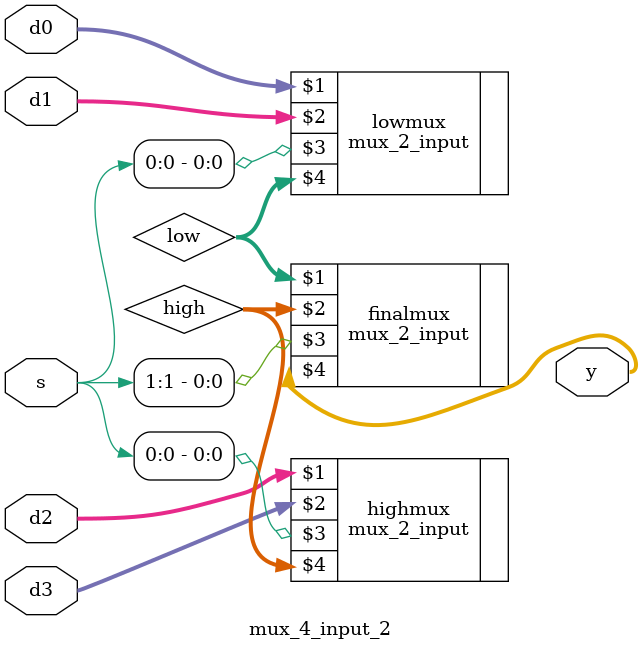
<source format=sv>
/*
	mux_4
	module name:
	1) mux_4_input
	2) mux_4_input_2
*/
module mux_4_input
(
	input logic [3:0] d0, d1, d2, d3,
	input logic [1:0] s,
	output logic [3:0] y
);
	assign y = s[1] ? (s[0] ? d3 : d2)
												 : (s[0] ? d1 : d0);
endmodule

/*
A 4:1 multiplexer.
*/

module mux_4_input_2
(
	input logic [3:0] d0, d1, d2, d3,
	input logic [1:0] s,
	output logic [3:0] y
);
	logic [3:0] low, high;
	mux_2_input lowmux(d0, d1, s[0], low);
	mux_2_input highmux(d2, d3, s[0], high);
	mux_2_input finalmux(low, high, s[1], y);
endmodule

/*
The three mux_2_input instances are called lowmux, highmux, and
finalmux. The mux_2_input module must be defined elsewhere in the
SystemVerilog code.

Multiple instances of the same module are distinguished by
distinct names, in this case lowmux, highmux, and finalmux. This is an
example of regularity, in which the 2:1 multiplexer is reused many times.

*/
</source>
